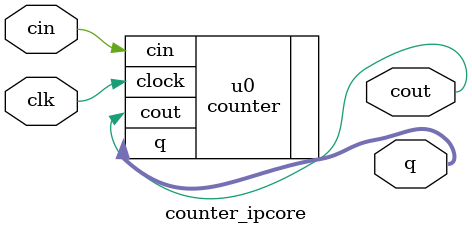
<source format=v>
module counter_ipcore(clk, q, cin, cout);

	input cin;
	input clk;
	
	output [3:0] q;
	output cout;
	
	counter u0(
		.cin(cin),
		.clock(clk),
		.cout(cout),
		.q(q)
	);

endmodule
</source>
